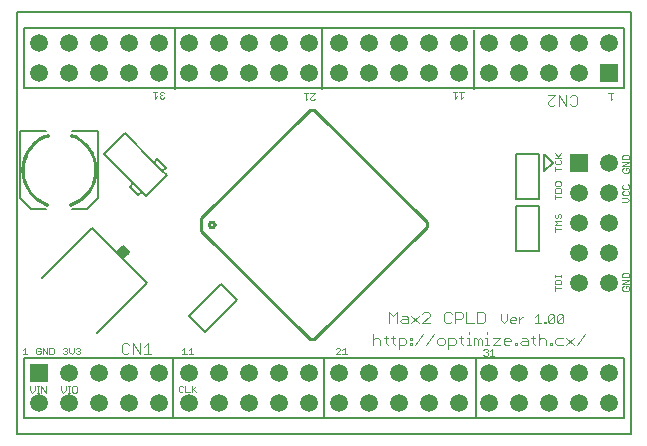
<source format=gbr>
G75*
G70*
%OFA0B0*%
%FSLAX24Y24*%
%IPPOS*%
%LPD*%
%AMOC8*
5,1,8,0,0,1.08239X$1,22.5*
%
%ADD10C,0.0079*%
%ADD11C,0.0020*%
%ADD12C,0.0030*%
%ADD13C,0.0059*%
%ADD14C,0.0100*%
%ADD15R,0.0591X0.0591*%
%ADD16C,0.0591*%
%ADD17C,0.0050*%
%ADD18C,0.0080*%
%ADD19C,0.0060*%
%ADD20C,0.0010*%
D10*
X001713Y001421D02*
X001713Y015496D01*
X022186Y015496D01*
X022186Y001421D01*
X001713Y001421D01*
X019282Y010181D02*
X019578Y010476D01*
X019331Y010722D01*
X019282Y010771D02*
X019282Y010181D01*
D11*
X019643Y010191D02*
X019643Y010338D01*
X019643Y010264D02*
X019863Y010264D01*
X019826Y010412D02*
X019863Y010449D01*
X019863Y010522D01*
X019826Y010559D01*
X019789Y010633D02*
X019643Y010780D01*
X019643Y010633D02*
X019863Y010633D01*
X019753Y010670D02*
X019863Y010780D01*
X019679Y010559D02*
X019643Y010522D01*
X019643Y010449D01*
X019679Y010412D01*
X019826Y010412D01*
X019826Y009845D02*
X019679Y009845D01*
X019643Y009808D01*
X019643Y009735D01*
X019679Y009698D01*
X019826Y009698D01*
X019863Y009735D01*
X019863Y009808D01*
X019826Y009845D01*
X019826Y009624D02*
X019679Y009624D01*
X019643Y009587D01*
X019643Y009477D01*
X019863Y009477D01*
X019863Y009587D01*
X019826Y009624D01*
X019643Y009403D02*
X019643Y009256D01*
X019643Y009329D02*
X019863Y009329D01*
X019826Y008762D02*
X019863Y008725D01*
X019863Y008652D01*
X019826Y008615D01*
X019753Y008652D02*
X019716Y008615D01*
X019679Y008615D01*
X019643Y008652D01*
X019643Y008725D01*
X019679Y008762D01*
X019753Y008725D02*
X019789Y008762D01*
X019826Y008762D01*
X019753Y008725D02*
X019753Y008652D01*
X019643Y008541D02*
X019863Y008541D01*
X019863Y008394D02*
X019643Y008394D01*
X019716Y008468D01*
X019643Y008541D01*
X019643Y008320D02*
X019643Y008173D01*
X019643Y008247D02*
X019863Y008247D01*
X021906Y009157D02*
X022053Y009157D01*
X022127Y009231D01*
X022053Y009304D01*
X021906Y009304D01*
X021943Y009378D02*
X022090Y009378D01*
X022127Y009415D01*
X022127Y009489D01*
X022090Y009525D01*
X022090Y009599D02*
X022127Y009636D01*
X022127Y009710D01*
X022090Y009746D01*
X022090Y009599D02*
X021943Y009599D01*
X021906Y009636D01*
X021906Y009710D01*
X021943Y009746D01*
X021943Y009525D02*
X021906Y009489D01*
X021906Y009415D01*
X021943Y009378D01*
X021943Y010142D02*
X022090Y010142D01*
X022127Y010178D01*
X022127Y010252D01*
X022090Y010289D01*
X022017Y010289D01*
X022017Y010215D01*
X021943Y010142D02*
X021906Y010178D01*
X021906Y010252D01*
X021943Y010289D01*
X021906Y010363D02*
X022127Y010509D01*
X021906Y010509D01*
X021906Y010584D02*
X021906Y010694D01*
X021943Y010730D01*
X022090Y010730D01*
X022127Y010694D01*
X022127Y010584D01*
X021906Y010584D01*
X021906Y010363D02*
X022127Y010363D01*
X021512Y012559D02*
X021512Y012779D01*
X021585Y012779D02*
X021439Y012779D01*
X021585Y012632D02*
X021512Y012559D01*
X016615Y012682D02*
X016541Y012608D01*
X016541Y012828D01*
X016468Y012828D02*
X016615Y012828D01*
X016394Y012828D02*
X016247Y012828D01*
X016320Y012828D02*
X016320Y012608D01*
X016394Y012682D01*
X011644Y012596D02*
X011608Y012559D01*
X011534Y012559D01*
X011498Y012596D01*
X011498Y012632D01*
X011644Y012779D01*
X011498Y012779D01*
X011423Y012779D02*
X011277Y012779D01*
X011350Y012779D02*
X011350Y012559D01*
X011423Y012632D01*
X006625Y012645D02*
X006588Y012608D01*
X006515Y012608D01*
X006478Y012645D01*
X006478Y012682D01*
X006515Y012718D01*
X006478Y012755D01*
X006478Y012792D01*
X006515Y012828D01*
X006588Y012828D01*
X006625Y012792D01*
X006551Y012718D02*
X006515Y012718D01*
X006404Y012682D02*
X006330Y012608D01*
X006330Y012828D01*
X006257Y012828D02*
X006404Y012828D01*
X007309Y004309D02*
X007309Y004089D01*
X007382Y004089D02*
X007235Y004089D01*
X007235Y004235D02*
X007309Y004309D01*
X007456Y004235D02*
X007530Y004309D01*
X007530Y004089D01*
X007603Y004089D02*
X007456Y004089D01*
X007556Y003035D02*
X007556Y002815D01*
X007556Y002889D02*
X007702Y003035D01*
X007592Y002925D02*
X007702Y002815D01*
X007481Y002815D02*
X007335Y002815D01*
X007335Y003035D01*
X007260Y002999D02*
X007224Y003035D01*
X007150Y003035D01*
X007114Y002999D01*
X007114Y002852D01*
X007150Y002815D01*
X007224Y002815D01*
X007260Y002852D01*
X003838Y004125D02*
X003801Y004089D01*
X003728Y004089D01*
X003691Y004125D01*
X003617Y004162D02*
X003617Y004309D01*
X003691Y004272D02*
X003728Y004309D01*
X003801Y004309D01*
X003838Y004272D01*
X003838Y004235D01*
X003801Y004199D01*
X003838Y004162D01*
X003838Y004125D01*
X003801Y004199D02*
X003764Y004199D01*
X003617Y004162D02*
X003543Y004089D01*
X003470Y004162D01*
X003470Y004309D01*
X003396Y004272D02*
X003396Y004235D01*
X003359Y004199D01*
X003396Y004162D01*
X003396Y004125D01*
X003359Y004089D01*
X003286Y004089D01*
X003249Y004125D01*
X003322Y004199D02*
X003359Y004199D01*
X003396Y004272D02*
X003359Y004309D01*
X003286Y004309D01*
X003249Y004272D01*
X002952Y004272D02*
X002952Y004125D01*
X002915Y004089D01*
X002805Y004089D01*
X002805Y004309D01*
X002915Y004309D01*
X002952Y004272D01*
X002731Y004309D02*
X002731Y004089D01*
X002584Y004309D01*
X002584Y004089D01*
X002510Y004125D02*
X002510Y004199D01*
X002437Y004199D01*
X002510Y004272D02*
X002473Y004309D01*
X002400Y004309D01*
X002363Y004272D01*
X002363Y004125D01*
X002400Y004089D01*
X002473Y004089D01*
X002510Y004125D01*
X002067Y004089D02*
X001920Y004089D01*
X001994Y004089D02*
X001994Y004309D01*
X001920Y004235D01*
X002166Y003029D02*
X002166Y002882D01*
X002240Y002809D01*
X002313Y002882D01*
X002313Y003029D01*
X002387Y003029D02*
X002461Y003029D01*
X002424Y003029D02*
X002424Y002809D01*
X002387Y002809D02*
X002461Y002809D01*
X002535Y002809D02*
X002535Y003029D01*
X002681Y002809D01*
X002681Y003029D01*
X003200Y003029D02*
X003200Y002882D01*
X003273Y002809D01*
X003347Y002882D01*
X003347Y003029D01*
X003421Y003029D02*
X003494Y003029D01*
X003457Y003029D02*
X003457Y002809D01*
X003421Y002809D02*
X003494Y002809D01*
X003568Y002846D02*
X003605Y002809D01*
X003678Y002809D01*
X003715Y002846D01*
X003715Y002993D01*
X003678Y003029D01*
X003605Y003029D01*
X003568Y002993D01*
X003568Y002846D01*
X012353Y004089D02*
X012500Y004235D01*
X012500Y004272D01*
X012463Y004309D01*
X012390Y004309D01*
X012353Y004272D01*
X012353Y004089D02*
X012500Y004089D01*
X012574Y004089D02*
X012721Y004089D01*
X012648Y004089D02*
X012648Y004309D01*
X012574Y004235D01*
X017275Y004223D02*
X017311Y004260D01*
X017385Y004260D01*
X017421Y004223D01*
X017421Y004186D01*
X017385Y004149D01*
X017421Y004113D01*
X017421Y004076D01*
X017385Y004039D01*
X017311Y004039D01*
X017275Y004076D01*
X017348Y004149D02*
X017385Y004149D01*
X017496Y004186D02*
X017569Y004260D01*
X017569Y004039D01*
X017496Y004039D02*
X017642Y004039D01*
X019643Y006205D02*
X019643Y006351D01*
X019643Y006278D02*
X019863Y006278D01*
X019863Y006426D02*
X019863Y006536D01*
X019826Y006572D01*
X019679Y006572D01*
X019643Y006536D01*
X019643Y006426D01*
X019863Y006426D01*
X019863Y006647D02*
X019863Y006720D01*
X019863Y006683D02*
X019643Y006683D01*
X019643Y006647D02*
X019643Y006720D01*
X021906Y006757D02*
X021906Y006647D01*
X022127Y006647D01*
X022127Y006757D01*
X022090Y006793D01*
X021943Y006793D01*
X021906Y006757D01*
X021906Y006572D02*
X022127Y006572D01*
X021906Y006426D01*
X022127Y006426D01*
X022090Y006351D02*
X022017Y006351D01*
X022017Y006278D01*
X021943Y006205D02*
X022090Y006205D01*
X022127Y006241D01*
X022127Y006315D01*
X022090Y006351D01*
X021943Y006351D02*
X021906Y006315D01*
X021906Y006241D01*
X021943Y006205D01*
D12*
X020649Y004759D02*
X020402Y004389D01*
X020281Y004389D02*
X020034Y004636D01*
X019912Y004636D02*
X019727Y004636D01*
X019665Y004574D01*
X019665Y004451D01*
X019727Y004389D01*
X019912Y004389D01*
X020034Y004389D02*
X020281Y004636D01*
X019881Y005127D02*
X019785Y005127D01*
X019736Y005175D01*
X019930Y005369D01*
X019930Y005175D01*
X019881Y005127D01*
X019736Y005175D02*
X019736Y005369D01*
X019785Y005417D01*
X019881Y005417D01*
X019930Y005369D01*
X019635Y005369D02*
X019635Y005175D01*
X019587Y005127D01*
X019490Y005127D01*
X019442Y005175D01*
X019635Y005369D01*
X019587Y005417D01*
X019490Y005417D01*
X019442Y005369D01*
X019442Y005175D01*
X019343Y005175D02*
X019343Y005127D01*
X019294Y005127D01*
X019294Y005175D01*
X019343Y005175D01*
X019193Y005127D02*
X019000Y005127D01*
X019096Y005127D02*
X019096Y005417D01*
X019000Y005321D01*
X018605Y005321D02*
X018556Y005321D01*
X018459Y005224D01*
X018459Y005127D02*
X018459Y005321D01*
X018358Y005272D02*
X018358Y005224D01*
X018165Y005224D01*
X018165Y005272D02*
X018165Y005175D01*
X018213Y005127D01*
X018310Y005127D01*
X018358Y005272D02*
X018310Y005321D01*
X018213Y005321D01*
X018165Y005272D01*
X018064Y005224D02*
X018064Y005417D01*
X018064Y005224D02*
X017967Y005127D01*
X017870Y005224D01*
X017870Y005417D01*
X017323Y005436D02*
X017323Y005189D01*
X017262Y005127D01*
X017076Y005127D01*
X017076Y005497D01*
X017262Y005497D01*
X017323Y005436D01*
X016955Y005127D02*
X016708Y005127D01*
X016708Y005497D01*
X016587Y005436D02*
X016587Y005312D01*
X016525Y005250D01*
X016340Y005250D01*
X016340Y005127D02*
X016340Y005497D01*
X016525Y005497D01*
X016587Y005436D01*
X016218Y005436D02*
X016157Y005497D01*
X016033Y005497D01*
X015971Y005436D01*
X015971Y005189D01*
X016033Y005127D01*
X016157Y005127D01*
X016218Y005189D01*
X015616Y004759D02*
X015369Y004389D01*
X015737Y004451D02*
X015799Y004389D01*
X015922Y004389D01*
X015984Y004451D01*
X015984Y004574D01*
X015922Y004636D01*
X015799Y004636D01*
X015737Y004574D01*
X015737Y004451D01*
X016105Y004389D02*
X016290Y004389D01*
X016352Y004451D01*
X016352Y004574D01*
X016290Y004636D01*
X016105Y004636D01*
X016105Y004265D01*
X016535Y004451D02*
X016535Y004697D01*
X016474Y004636D02*
X016597Y004636D01*
X016719Y004636D02*
X016781Y004636D01*
X016781Y004389D01*
X016719Y004389D02*
X016843Y004389D01*
X016965Y004389D02*
X016965Y004636D01*
X017026Y004636D01*
X017088Y004574D01*
X017150Y004636D01*
X017211Y004574D01*
X017211Y004389D01*
X017333Y004389D02*
X017456Y004389D01*
X017395Y004389D02*
X017395Y004636D01*
X017333Y004636D01*
X017395Y004759D02*
X017395Y004821D01*
X017578Y004636D02*
X017825Y004636D01*
X017578Y004389D01*
X017825Y004389D01*
X017947Y004451D02*
X017947Y004574D01*
X018008Y004636D01*
X018132Y004636D01*
X018194Y004574D01*
X018194Y004512D01*
X017947Y004512D01*
X017947Y004451D02*
X018008Y004389D01*
X018132Y004389D01*
X018315Y004389D02*
X018315Y004451D01*
X018377Y004451D01*
X018377Y004389D01*
X018315Y004389D01*
X018499Y004451D02*
X018561Y004512D01*
X018746Y004512D01*
X018746Y004574D02*
X018746Y004389D01*
X018561Y004389D01*
X018499Y004451D01*
X018561Y004636D02*
X018684Y004636D01*
X018746Y004574D01*
X018868Y004636D02*
X018991Y004636D01*
X018929Y004697D02*
X018929Y004451D01*
X018991Y004389D01*
X019113Y004389D02*
X019113Y004759D01*
X019175Y004636D02*
X019113Y004574D01*
X019175Y004636D02*
X019298Y004636D01*
X019360Y004574D01*
X019360Y004389D01*
X019481Y004389D02*
X019481Y004451D01*
X019543Y004451D01*
X019543Y004389D01*
X019481Y004389D01*
X017088Y004389D02*
X017088Y004574D01*
X016781Y004759D02*
X016781Y004821D01*
X016535Y004451D02*
X016597Y004389D01*
X015482Y005127D02*
X015235Y005127D01*
X015482Y005374D01*
X015482Y005436D01*
X015420Y005497D01*
X015297Y005497D01*
X015235Y005436D01*
X015113Y005374D02*
X014867Y005127D01*
X014745Y005127D02*
X014745Y005312D01*
X014683Y005374D01*
X014560Y005374D01*
X014560Y005250D02*
X014745Y005250D01*
X014745Y005127D02*
X014560Y005127D01*
X014498Y005189D01*
X014560Y005250D01*
X014377Y005127D02*
X014377Y005497D01*
X014253Y005374D01*
X014130Y005497D01*
X014130Y005127D01*
X014019Y004697D02*
X014019Y004451D01*
X014080Y004389D01*
X014264Y004451D02*
X014326Y004389D01*
X014264Y004451D02*
X014264Y004697D01*
X014202Y004636D02*
X014326Y004636D01*
X014448Y004636D02*
X014633Y004636D01*
X014695Y004574D01*
X014695Y004451D01*
X014633Y004389D01*
X014448Y004389D01*
X014448Y004265D02*
X014448Y004636D01*
X014816Y004636D02*
X014816Y004574D01*
X014878Y004574D01*
X014878Y004636D01*
X014816Y004636D01*
X014816Y004451D02*
X014816Y004389D01*
X014878Y004389D01*
X014878Y004451D01*
X014816Y004451D01*
X015000Y004389D02*
X015247Y004759D01*
X015113Y005127D02*
X014867Y005374D01*
X014080Y004636D02*
X013957Y004636D01*
X013835Y004574D02*
X013835Y004389D01*
X013589Y004389D02*
X013589Y004759D01*
X013650Y004636D02*
X013589Y004574D01*
X013650Y004636D02*
X013774Y004636D01*
X013835Y004574D01*
X006206Y004094D02*
X005959Y004094D01*
X005838Y004094D02*
X005838Y004464D01*
X005959Y004340D02*
X006083Y004464D01*
X006083Y004094D01*
X005838Y004094D02*
X005591Y004464D01*
X005591Y004094D01*
X005469Y004155D02*
X005408Y004094D01*
X005284Y004094D01*
X005222Y004155D01*
X005222Y004402D01*
X005284Y004464D01*
X005408Y004464D01*
X005469Y004402D01*
X019416Y012416D02*
X019477Y012355D01*
X019601Y012355D01*
X019663Y012416D01*
X019784Y012355D02*
X019784Y012725D01*
X020031Y012355D01*
X020031Y012725D01*
X020152Y012663D02*
X020214Y012725D01*
X020337Y012725D01*
X020399Y012663D01*
X020399Y012416D01*
X020337Y012355D01*
X020214Y012355D01*
X020152Y012416D01*
X019663Y012725D02*
X019416Y012478D01*
X019416Y012416D01*
X019416Y012725D02*
X019663Y012725D01*
D13*
X019118Y010775D02*
X018368Y010775D01*
X018368Y009275D01*
X019118Y009275D01*
X019118Y010775D01*
X019112Y009020D02*
X018362Y009020D01*
X018362Y007520D01*
X019112Y007520D01*
X019112Y009020D01*
X016969Y012937D02*
X016969Y014905D01*
X011900Y014955D02*
X011900Y012937D01*
X006979Y012937D02*
X006979Y014955D01*
X008532Y006423D02*
X007471Y005363D01*
X008001Y004832D01*
X009062Y005893D01*
X008532Y006423D01*
X006930Y003931D02*
X006930Y001962D01*
X011950Y001962D02*
X011950Y003931D01*
X017019Y003931D02*
X017019Y001962D01*
D14*
X011625Y004581D02*
X011486Y004581D01*
X007867Y008200D01*
X007867Y008618D01*
X011486Y012237D01*
X011625Y012237D01*
X015384Y008479D01*
X015384Y008340D01*
X011625Y004581D01*
X008117Y008409D02*
X008119Y008429D01*
X008125Y008448D01*
X008135Y008465D01*
X008147Y008480D01*
X008163Y008492D01*
X008181Y008501D01*
X008200Y008506D01*
X008220Y008507D01*
X008240Y008504D01*
X008258Y008497D01*
X008275Y008486D01*
X008289Y008473D01*
X008301Y008457D01*
X008309Y008438D01*
X008312Y008419D01*
X008312Y008399D01*
X008309Y008380D01*
X008301Y008361D01*
X008289Y008345D01*
X008275Y008332D01*
X008258Y008321D01*
X008240Y008314D01*
X008220Y008311D01*
X008200Y008312D01*
X008181Y008317D01*
X008163Y008326D01*
X008147Y008338D01*
X008135Y008353D01*
X008125Y008370D01*
X008119Y008389D01*
X008117Y008409D01*
D15*
X002463Y003466D03*
X020463Y010466D03*
X021463Y013466D03*
D16*
X020463Y013466D03*
X019463Y013466D03*
X018463Y013466D03*
X017463Y013466D03*
X016463Y013466D03*
X015463Y013466D03*
X014463Y013466D03*
X013463Y013466D03*
X012463Y013466D03*
X011463Y013466D03*
X010463Y013466D03*
X009463Y013466D03*
X008463Y013466D03*
X007463Y013466D03*
X006463Y013466D03*
X005463Y013466D03*
X004463Y013466D03*
X003463Y013466D03*
X002463Y013466D03*
X002463Y014466D03*
X003463Y014466D03*
X004463Y014466D03*
X005463Y014466D03*
X006463Y014466D03*
X007463Y014466D03*
X008463Y014466D03*
X009463Y014466D03*
X010463Y014466D03*
X011463Y014466D03*
X012463Y014466D03*
X013463Y014466D03*
X014463Y014466D03*
X015463Y014466D03*
X016463Y014466D03*
X017463Y014466D03*
X018463Y014466D03*
X019463Y014466D03*
X020463Y014466D03*
X021463Y014466D03*
X021463Y010466D03*
X021463Y009466D03*
X020463Y009466D03*
X020463Y008466D03*
X021463Y008466D03*
X021463Y007466D03*
X020463Y007466D03*
X020463Y006466D03*
X021463Y006466D03*
X021463Y003466D03*
X020463Y003466D03*
X019463Y003466D03*
X018463Y003466D03*
X017463Y003466D03*
X016463Y003466D03*
X015463Y003466D03*
X014463Y003466D03*
X013463Y003466D03*
X012463Y003466D03*
X011463Y003466D03*
X010463Y003466D03*
X009463Y003466D03*
X008463Y003466D03*
X007463Y003466D03*
X006463Y003466D03*
X005463Y003466D03*
X004463Y003466D03*
X003463Y003466D03*
X003463Y002466D03*
X002463Y002466D03*
X004463Y002466D03*
X005463Y002466D03*
X006463Y002466D03*
X007463Y002466D03*
X008463Y002466D03*
X009463Y002466D03*
X010463Y002466D03*
X011463Y002466D03*
X012463Y002466D03*
X013463Y002466D03*
X014463Y002466D03*
X015463Y002466D03*
X016463Y002466D03*
X017463Y002466D03*
X018463Y002466D03*
X019463Y002466D03*
X020463Y002466D03*
X021463Y002466D03*
D17*
X021963Y001966D02*
X001963Y001966D01*
X001963Y003966D01*
X021963Y003966D01*
X021963Y001966D01*
X006714Y010057D02*
X006018Y009361D01*
X005879Y009501D01*
X005774Y009396D01*
X005496Y009675D01*
X005600Y009779D01*
X004626Y010753D01*
X005322Y011449D01*
X006296Y010475D01*
X006401Y010579D01*
X006679Y010301D01*
X006575Y010197D01*
X006714Y010057D01*
X006575Y010197D02*
X006296Y010475D01*
X005600Y009779D02*
X005879Y009501D01*
X001963Y012966D02*
X001963Y014966D01*
X021963Y014966D01*
X021963Y012966D01*
X001963Y012966D01*
D18*
X001828Y011535D02*
X002694Y011535D01*
X003560Y011535D02*
X004426Y011535D01*
X004426Y009291D01*
X004072Y008937D01*
X003560Y008937D01*
X002694Y008937D02*
X002182Y008937D01*
X001828Y009291D01*
X001828Y011535D01*
X004235Y008281D02*
X006059Y006456D01*
X004390Y004788D01*
X002566Y006612D02*
X004235Y008281D01*
D19*
X005267Y007686D02*
X005464Y007489D01*
X005295Y007320D01*
X005098Y007517D01*
X005267Y007686D01*
X005236Y007379D02*
X005354Y007379D01*
X005413Y007438D02*
X005177Y007438D01*
X005118Y007497D02*
X005456Y007497D01*
X005397Y007556D02*
X005137Y007556D01*
X005196Y007615D02*
X005338Y007615D01*
X005279Y007674D02*
X005255Y007674D01*
D20*
X002758Y011429D02*
X002779Y011362D01*
X002778Y011362D02*
X002714Y011340D01*
X002651Y011315D01*
X002590Y011286D01*
X002530Y011253D01*
X002473Y011217D01*
X002417Y011178D01*
X002364Y011136D01*
X002314Y011091D01*
X002266Y011043D01*
X002221Y010992D01*
X002179Y010939D01*
X002140Y010883D01*
X002104Y010825D01*
X002072Y010766D01*
X002043Y010704D01*
X002018Y010641D01*
X001996Y010577D01*
X001978Y010512D01*
X001964Y010445D01*
X001954Y010378D01*
X001948Y010311D01*
X001945Y010243D01*
X001946Y010175D01*
X001952Y010108D01*
X001961Y010040D01*
X001974Y009974D01*
X001991Y009908D01*
X002011Y009843D01*
X002035Y009780D01*
X002063Y009718D01*
X002094Y009658D01*
X002129Y009600D01*
X002167Y009543D01*
X002208Y009490D01*
X002252Y009438D01*
X002299Y009389D01*
X002349Y009343D01*
X002401Y009300D01*
X002456Y009260D01*
X002513Y009223D01*
X002572Y009189D01*
X002633Y009159D01*
X002695Y009133D01*
X002759Y009110D01*
X002738Y009044D01*
X002738Y009043D01*
X002671Y009067D01*
X002607Y009094D01*
X002544Y009125D01*
X002482Y009160D01*
X002423Y009198D01*
X002366Y009239D01*
X002312Y009283D01*
X002260Y009330D01*
X002210Y009380D01*
X002164Y009433D01*
X002121Y009488D01*
X002080Y009546D01*
X002043Y009606D01*
X002010Y009668D01*
X001980Y009731D01*
X001954Y009796D01*
X001931Y009863D01*
X001912Y009930D01*
X001897Y009999D01*
X001886Y010068D01*
X001879Y010138D01*
X001875Y010208D01*
X001876Y010279D01*
X001880Y010349D01*
X001889Y010419D01*
X001901Y010488D01*
X001917Y010556D01*
X001937Y010624D01*
X001961Y010690D01*
X001989Y010754D01*
X002020Y010817D01*
X002054Y010879D01*
X002092Y010938D01*
X002133Y010995D01*
X002178Y011049D01*
X002225Y011101D01*
X002275Y011150D01*
X002328Y011197D01*
X002383Y011240D01*
X002441Y011280D01*
X002501Y011317D01*
X002562Y011351D01*
X002626Y011380D01*
X002691Y011407D01*
X002758Y011429D01*
X002760Y011421D01*
X002694Y011398D01*
X002630Y011372D01*
X002567Y011342D01*
X002505Y011309D01*
X002446Y011273D01*
X002389Y011233D01*
X002334Y011190D01*
X002281Y011144D01*
X002231Y011095D01*
X002184Y011043D01*
X002140Y010989D01*
X002100Y010933D01*
X002062Y010874D01*
X002028Y010813D01*
X001997Y010751D01*
X001970Y010686D01*
X001946Y010621D01*
X001926Y010554D01*
X001910Y010486D01*
X001898Y010417D01*
X001889Y010348D01*
X001885Y010278D01*
X001884Y010209D01*
X001888Y010139D01*
X001895Y010070D01*
X001906Y010001D01*
X001921Y009933D01*
X001940Y009865D01*
X001962Y009799D01*
X001988Y009735D01*
X002018Y009672D01*
X002051Y009610D01*
X002088Y009551D01*
X002128Y009494D01*
X002171Y009439D01*
X002217Y009386D01*
X002266Y009337D01*
X002317Y009290D01*
X002372Y009246D01*
X002428Y009205D01*
X002487Y009167D01*
X002548Y009133D01*
X002610Y009102D01*
X002675Y009075D01*
X002740Y009052D01*
X002743Y009060D01*
X002678Y009084D01*
X002614Y009111D01*
X002552Y009141D01*
X002492Y009175D01*
X002433Y009212D01*
X002377Y009253D01*
X002323Y009297D01*
X002272Y009343D01*
X002223Y009393D01*
X002178Y009445D01*
X002135Y009499D01*
X002095Y009556D01*
X002059Y009615D01*
X002026Y009676D01*
X001996Y009738D01*
X001971Y009803D01*
X001948Y009868D01*
X001930Y009935D01*
X001915Y010002D01*
X001904Y010071D01*
X001897Y010140D01*
X001893Y010209D01*
X001894Y010278D01*
X001898Y010347D01*
X001907Y010416D01*
X001919Y010484D01*
X001935Y010552D01*
X001955Y010618D01*
X001978Y010683D01*
X002005Y010747D01*
X002036Y010809D01*
X002070Y010869D01*
X002107Y010928D01*
X002148Y010984D01*
X002191Y011037D01*
X002238Y011089D01*
X002287Y011137D01*
X002339Y011183D01*
X002394Y011226D01*
X002451Y011265D01*
X002510Y011301D01*
X002571Y011334D01*
X002633Y011364D01*
X002697Y011390D01*
X002763Y011412D01*
X002766Y011403D01*
X002699Y011381D01*
X002634Y011354D01*
X002570Y011324D01*
X002509Y011291D01*
X002449Y011253D01*
X002392Y011213D01*
X002337Y011169D01*
X002284Y011122D01*
X002235Y011072D01*
X002188Y011020D01*
X002144Y010964D01*
X002104Y010907D01*
X002067Y010847D01*
X002034Y010785D01*
X002004Y010722D01*
X001977Y010656D01*
X001955Y010590D01*
X001937Y010522D01*
X001922Y010453D01*
X001911Y010384D01*
X001905Y010314D01*
X001902Y010243D01*
X001903Y010173D01*
X001909Y010103D01*
X001918Y010033D01*
X001932Y009964D01*
X001949Y009896D01*
X001970Y009829D01*
X001996Y009763D01*
X002024Y009699D01*
X002057Y009637D01*
X002093Y009577D01*
X002132Y009518D01*
X002175Y009462D01*
X002221Y009409D01*
X002269Y009358D01*
X002321Y009311D01*
X002375Y009266D01*
X002432Y009224D01*
X002491Y009186D01*
X002552Y009151D01*
X002615Y009120D01*
X002680Y009093D01*
X002746Y009069D01*
X002749Y009077D01*
X002683Y009101D01*
X002619Y009128D01*
X002556Y009159D01*
X002496Y009194D01*
X002437Y009232D01*
X002381Y009273D01*
X002327Y009317D01*
X002276Y009365D01*
X002227Y009415D01*
X002182Y009468D01*
X002139Y009524D01*
X002100Y009581D01*
X002065Y009641D01*
X002032Y009703D01*
X002004Y009767D01*
X001979Y009832D01*
X001958Y009899D01*
X001941Y009966D01*
X001927Y010035D01*
X001918Y010104D01*
X001912Y010174D01*
X001911Y010243D01*
X001914Y010313D01*
X001920Y010383D01*
X001931Y010452D01*
X001945Y010520D01*
X001964Y010587D01*
X001986Y010653D01*
X002012Y010718D01*
X002042Y010781D01*
X002075Y010843D01*
X002112Y010902D01*
X002152Y010959D01*
X002195Y011014D01*
X002241Y011066D01*
X002290Y011115D01*
X002342Y011162D01*
X002397Y011206D01*
X002454Y011246D01*
X002513Y011283D01*
X002574Y011316D01*
X002638Y011346D01*
X002702Y011372D01*
X002768Y011395D01*
X002771Y011386D01*
X002705Y011364D01*
X002641Y011338D01*
X002579Y011308D01*
X002518Y011275D01*
X002459Y011238D01*
X002402Y011198D01*
X002348Y011155D01*
X002297Y011109D01*
X002248Y011060D01*
X002202Y011008D01*
X002159Y010954D01*
X002119Y010897D01*
X002083Y010838D01*
X002050Y010777D01*
X002020Y010714D01*
X001994Y010650D01*
X001972Y010584D01*
X001954Y010518D01*
X001940Y010450D01*
X001929Y010381D01*
X001923Y010312D01*
X001920Y010243D01*
X001921Y010174D01*
X001927Y010105D01*
X001936Y010036D01*
X001949Y009968D01*
X001967Y009901D01*
X001987Y009835D01*
X002012Y009770D01*
X002041Y009707D01*
X002072Y009646D01*
X002108Y009586D01*
X002147Y009529D01*
X002189Y009474D01*
X002234Y009421D01*
X002282Y009371D01*
X002333Y009324D01*
X002386Y009280D01*
X002442Y009239D01*
X002500Y009202D01*
X002560Y009167D01*
X002622Y009137D01*
X002686Y009109D01*
X002751Y009086D01*
X002754Y009095D01*
X002689Y009118D01*
X002626Y009145D01*
X002565Y009175D01*
X002505Y009209D01*
X002447Y009247D01*
X002392Y009287D01*
X002339Y009331D01*
X002288Y009378D01*
X002240Y009427D01*
X002196Y009479D01*
X002154Y009534D01*
X002116Y009591D01*
X002080Y009650D01*
X002049Y009711D01*
X002020Y009774D01*
X001996Y009838D01*
X001975Y009904D01*
X001958Y009970D01*
X001945Y010038D01*
X001936Y010106D01*
X001930Y010174D01*
X001929Y010243D01*
X001932Y010312D01*
X001938Y010380D01*
X001949Y010448D01*
X001963Y010516D01*
X001981Y010582D01*
X002003Y010647D01*
X002028Y010711D01*
X002058Y010773D01*
X002090Y010834D01*
X002127Y010892D01*
X002166Y010948D01*
X002209Y011002D01*
X002254Y011054D01*
X002303Y011102D01*
X002354Y011148D01*
X002408Y011191D01*
X002464Y011231D01*
X002522Y011267D01*
X002583Y011300D01*
X002645Y011330D01*
X002708Y011355D01*
X002773Y011378D01*
X002776Y011369D01*
X002712Y011347D01*
X002648Y011321D01*
X002587Y011292D01*
X002527Y011259D01*
X002469Y011223D01*
X002413Y011184D01*
X002360Y011141D01*
X002309Y011096D01*
X002261Y011048D01*
X002215Y010996D01*
X002173Y010943D01*
X002134Y010887D01*
X002098Y010829D01*
X002066Y010769D01*
X002037Y010707D01*
X002011Y010644D01*
X001990Y010579D01*
X001972Y010513D01*
X001957Y010447D01*
X001947Y010379D01*
X001941Y010311D01*
X001938Y010243D01*
X001939Y010175D01*
X001945Y010107D01*
X001954Y010039D01*
X001967Y009972D01*
X001984Y009906D01*
X002004Y009841D01*
X002029Y009777D01*
X002057Y009715D01*
X002088Y009655D01*
X002123Y009596D01*
X002161Y009539D01*
X002203Y009485D01*
X002247Y009433D01*
X002294Y009384D01*
X002344Y009338D01*
X002397Y009294D01*
X002452Y009254D01*
X002509Y009217D01*
X002569Y009183D01*
X002630Y009153D01*
X002693Y009126D01*
X002757Y009103D01*
X003496Y009043D02*
X003475Y009110D01*
X003476Y009110D02*
X003540Y009132D01*
X003603Y009157D01*
X003664Y009186D01*
X003724Y009219D01*
X003781Y009255D01*
X003837Y009294D01*
X003890Y009336D01*
X003940Y009381D01*
X003988Y009429D01*
X004033Y009480D01*
X004075Y009533D01*
X004114Y009589D01*
X004150Y009647D01*
X004182Y009706D01*
X004211Y009768D01*
X004236Y009831D01*
X004258Y009895D01*
X004276Y009960D01*
X004290Y010027D01*
X004300Y010094D01*
X004306Y010161D01*
X004309Y010229D01*
X004308Y010297D01*
X004302Y010364D01*
X004293Y010432D01*
X004280Y010498D01*
X004263Y010564D01*
X004243Y010629D01*
X004219Y010692D01*
X004191Y010754D01*
X004160Y010814D01*
X004125Y010872D01*
X004087Y010929D01*
X004046Y010982D01*
X004002Y011034D01*
X003955Y011083D01*
X003905Y011129D01*
X003853Y011172D01*
X003798Y011212D01*
X003741Y011249D01*
X003682Y011283D01*
X003621Y011313D01*
X003559Y011339D01*
X003495Y011362D01*
X003516Y011428D01*
X003516Y011429D01*
X003583Y011405D01*
X003647Y011378D01*
X003710Y011347D01*
X003772Y011312D01*
X003831Y011274D01*
X003888Y011233D01*
X003942Y011189D01*
X003994Y011142D01*
X004044Y011092D01*
X004090Y011039D01*
X004133Y010984D01*
X004174Y010926D01*
X004211Y010866D01*
X004244Y010805D01*
X004274Y010741D01*
X004300Y010676D01*
X004323Y010609D01*
X004342Y010542D01*
X004357Y010473D01*
X004368Y010404D01*
X004375Y010334D01*
X004379Y010264D01*
X004378Y010193D01*
X004374Y010123D01*
X004365Y010053D01*
X004353Y009984D01*
X004337Y009916D01*
X004317Y009849D01*
X004293Y009782D01*
X004265Y009718D01*
X004234Y009655D01*
X004200Y009593D01*
X004162Y009534D01*
X004121Y009477D01*
X004076Y009423D01*
X004029Y009371D01*
X003979Y009322D01*
X003926Y009275D01*
X003871Y009232D01*
X003813Y009192D01*
X003753Y009155D01*
X003692Y009121D01*
X003628Y009092D01*
X003563Y009065D01*
X003496Y009043D01*
X003494Y009051D01*
X003560Y009074D01*
X003624Y009100D01*
X003687Y009130D01*
X003749Y009163D01*
X003808Y009199D01*
X003866Y009239D01*
X003920Y009282D01*
X003973Y009328D01*
X004023Y009377D01*
X004070Y009429D01*
X004114Y009483D01*
X004154Y009539D01*
X004192Y009598D01*
X004226Y009659D01*
X004257Y009721D01*
X004284Y009786D01*
X004308Y009851D01*
X004328Y009918D01*
X004344Y009986D01*
X004356Y010055D01*
X004365Y010124D01*
X004369Y010194D01*
X004370Y010263D01*
X004366Y010333D01*
X004359Y010402D01*
X004348Y010471D01*
X004333Y010539D01*
X004314Y010607D01*
X004292Y010673D01*
X004266Y010737D01*
X004236Y010800D01*
X004203Y010862D01*
X004166Y010921D01*
X004126Y010978D01*
X004083Y011033D01*
X004037Y011086D01*
X003988Y011135D01*
X003937Y011182D01*
X003882Y011226D01*
X003826Y011267D01*
X003767Y011305D01*
X003706Y011339D01*
X003644Y011370D01*
X003579Y011397D01*
X003514Y011420D01*
X003511Y011412D01*
X003576Y011388D01*
X003640Y011361D01*
X003702Y011331D01*
X003762Y011297D01*
X003821Y011260D01*
X003877Y011219D01*
X003931Y011175D01*
X003982Y011129D01*
X004031Y011079D01*
X004076Y011027D01*
X004119Y010973D01*
X004159Y010916D01*
X004195Y010857D01*
X004228Y010796D01*
X004257Y010734D01*
X004283Y010670D01*
X004306Y010604D01*
X004324Y010537D01*
X004339Y010470D01*
X004350Y010401D01*
X004357Y010332D01*
X004361Y010263D01*
X004360Y010194D01*
X004356Y010125D01*
X004347Y010056D01*
X004335Y009988D01*
X004319Y009921D01*
X004299Y009854D01*
X004276Y009789D01*
X004249Y009725D01*
X004218Y009663D01*
X004184Y009603D01*
X004147Y009544D01*
X004106Y009488D01*
X004063Y009435D01*
X004016Y009383D01*
X003967Y009335D01*
X003915Y009289D01*
X003860Y009246D01*
X003803Y009207D01*
X003744Y009171D01*
X003683Y009138D01*
X003621Y009108D01*
X003557Y009082D01*
X003491Y009060D01*
X003488Y009069D01*
X003555Y009091D01*
X003620Y009118D01*
X003684Y009148D01*
X003745Y009181D01*
X003805Y009219D01*
X003862Y009259D01*
X003917Y009303D01*
X003970Y009350D01*
X004019Y009400D01*
X004066Y009452D01*
X004110Y009508D01*
X004150Y009565D01*
X004187Y009625D01*
X004220Y009687D01*
X004250Y009750D01*
X004277Y009816D01*
X004299Y009882D01*
X004317Y009950D01*
X004332Y010019D01*
X004343Y010088D01*
X004349Y010158D01*
X004352Y010229D01*
X004351Y010299D01*
X004345Y010369D01*
X004336Y010439D01*
X004322Y010508D01*
X004305Y010576D01*
X004284Y010643D01*
X004258Y010709D01*
X004230Y010773D01*
X004197Y010835D01*
X004161Y010895D01*
X004122Y010954D01*
X004079Y011010D01*
X004033Y011063D01*
X003985Y011114D01*
X003933Y011161D01*
X003879Y011206D01*
X003822Y011248D01*
X003763Y011286D01*
X003702Y011321D01*
X003639Y011352D01*
X003574Y011379D01*
X003508Y011403D01*
X003505Y011395D01*
X003571Y011371D01*
X003635Y011344D01*
X003698Y011313D01*
X003758Y011278D01*
X003817Y011240D01*
X003873Y011199D01*
X003927Y011155D01*
X003978Y011107D01*
X004027Y011057D01*
X004072Y011004D01*
X004115Y010948D01*
X004154Y010891D01*
X004189Y010831D01*
X004222Y010769D01*
X004250Y010705D01*
X004275Y010640D01*
X004296Y010573D01*
X004313Y010506D01*
X004327Y010437D01*
X004336Y010368D01*
X004342Y010298D01*
X004343Y010229D01*
X004340Y010159D01*
X004334Y010089D01*
X004323Y010020D01*
X004309Y009952D01*
X004290Y009885D01*
X004268Y009819D01*
X004242Y009754D01*
X004212Y009691D01*
X004179Y009629D01*
X004142Y009570D01*
X004102Y009513D01*
X004059Y009458D01*
X004013Y009406D01*
X003964Y009357D01*
X003912Y009310D01*
X003857Y009266D01*
X003800Y009226D01*
X003741Y009189D01*
X003680Y009156D01*
X003616Y009126D01*
X003552Y009100D01*
X003486Y009077D01*
X003483Y009086D01*
X003549Y009108D01*
X003613Y009134D01*
X003675Y009164D01*
X003736Y009197D01*
X003795Y009234D01*
X003852Y009274D01*
X003906Y009317D01*
X003957Y009363D01*
X004006Y009412D01*
X004052Y009464D01*
X004095Y009518D01*
X004135Y009575D01*
X004171Y009634D01*
X004204Y009695D01*
X004234Y009758D01*
X004260Y009822D01*
X004282Y009888D01*
X004300Y009954D01*
X004314Y010022D01*
X004325Y010091D01*
X004331Y010160D01*
X004334Y010229D01*
X004333Y010298D01*
X004327Y010367D01*
X004318Y010436D01*
X004305Y010504D01*
X004287Y010571D01*
X004267Y010637D01*
X004242Y010702D01*
X004213Y010765D01*
X004182Y010826D01*
X004146Y010886D01*
X004107Y010943D01*
X004065Y010998D01*
X004020Y011051D01*
X003972Y011101D01*
X003921Y011148D01*
X003868Y011192D01*
X003812Y011233D01*
X003754Y011270D01*
X003694Y011305D01*
X003632Y011335D01*
X003568Y011363D01*
X003503Y011386D01*
X003500Y011377D01*
X003565Y011354D01*
X003628Y011327D01*
X003689Y011297D01*
X003749Y011263D01*
X003807Y011225D01*
X003862Y011185D01*
X003915Y011141D01*
X003966Y011094D01*
X004014Y011045D01*
X004058Y010993D01*
X004100Y010938D01*
X004138Y010881D01*
X004174Y010822D01*
X004205Y010761D01*
X004234Y010698D01*
X004258Y010634D01*
X004279Y010568D01*
X004296Y010502D01*
X004309Y010434D01*
X004318Y010366D01*
X004324Y010298D01*
X004325Y010229D01*
X004322Y010160D01*
X004316Y010092D01*
X004306Y010024D01*
X004291Y009956D01*
X004273Y009890D01*
X004251Y009825D01*
X004226Y009761D01*
X004196Y009699D01*
X004164Y009638D01*
X004127Y009580D01*
X004088Y009524D01*
X004045Y009470D01*
X004000Y009418D01*
X003951Y009370D01*
X003900Y009324D01*
X003846Y009281D01*
X003790Y009241D01*
X003732Y009205D01*
X003671Y009172D01*
X003609Y009142D01*
X003546Y009117D01*
X003481Y009094D01*
X003478Y009103D01*
X003542Y009125D01*
X003606Y009151D01*
X003667Y009180D01*
X003727Y009213D01*
X003785Y009249D01*
X003841Y009288D01*
X003894Y009331D01*
X003945Y009376D01*
X003993Y009425D01*
X004039Y009476D01*
X004081Y009529D01*
X004120Y009585D01*
X004156Y009643D01*
X004188Y009703D01*
X004217Y009765D01*
X004243Y009828D01*
X004264Y009893D01*
X004282Y009959D01*
X004297Y010025D01*
X004307Y010093D01*
X004313Y010161D01*
X004316Y010229D01*
X004315Y010297D01*
X004309Y010365D01*
X004300Y010433D01*
X004287Y010500D01*
X004270Y010566D01*
X004250Y010631D01*
X004225Y010695D01*
X004197Y010757D01*
X004166Y010817D01*
X004131Y010876D01*
X004093Y010933D01*
X004051Y010987D01*
X004007Y011039D01*
X003960Y011088D01*
X003909Y011134D01*
X003857Y011178D01*
X003802Y011218D01*
X003745Y011255D01*
X003685Y011289D01*
X003624Y011319D01*
X003561Y011346D01*
X003497Y011369D01*
M02*

</source>
